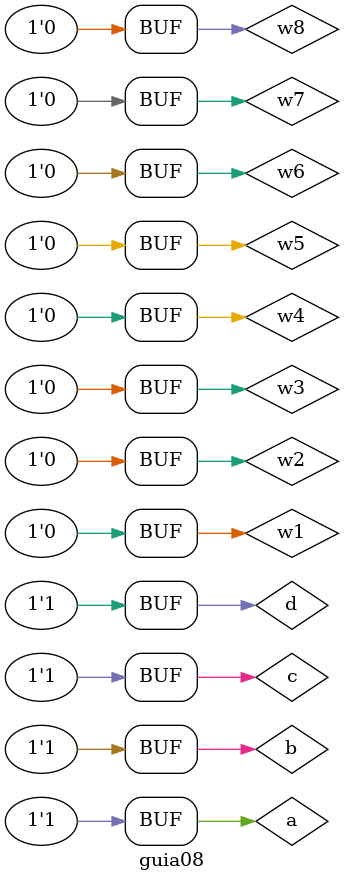
<source format=v>

module guia08;
	reg a,b,c,d;
	wire w1,w2,w3,w4,w5,w6,w7,w8;
	
	not NOT1 (w1,a);
	not NOT2 (w2,b);
	not NOT3 (w3,c);
	not NOT4 (w4,d);
	
	and AND1 (w5,w1,c);
	and AND2 (w6,a,b,w4);
	and AND3 (w7,a,w2,c);
	or OR1 (w8,w5,w6,w7);
	
initial begin:start
end

//---------------------
//---PARTE PRINCIPAL---
//---------------------

initial begin:main
	$display ("Guia08 - Exercicio01");
	$display ("Fazer a saida para a função\n¬ac + ab¬d + a¬bc\n");
	$display ("Aluno: Tiago Menegaz de Melo Garcia		Matricula:405844\n");
	$display ("Relatorio de Testes");
	#1 a = 0; b = 0;  c = 0; d = 0;
	$monitor ("a = %b b = %b c = %b d = %b Saida [%b]", a,b,c,d,		 w8);
	#1 a = 0; b = 0;  c = 0; d = 1;
	#1 a = 0; b = 0;  c = 1; d = 0;
	#1 a = 0; b = 0;  c = 1; d = 1;
	#1 a = 0; b = 1;  c = 0; d = 0;
	#1 a = 0; b = 1;  c = 0; d = 1;
	#1 a = 0; b = 1;  c = 1; d = 0;
	#1 a = 0; b = 1;  c = 1; d = 1;
	#1 a = 1; b = 0;  c = 0; d = 0;
	#1 a = 1; b = 0;  c = 0; d = 1;
	#1 a = 1; b = 0;  c = 1; d = 0;
	#1 a = 1; b = 0;  c = 1; d = 1;
	#1 a = 1; b = 1;  c = 0; d = 0;
	#1 a = 1; b = 1;  c = 0; d = 1;
	#1 a = 1; b = 1;  c = 1; d = 0;
	#1 a = 1; b = 1;  c = 1; d = 1;


end
endmodule


//---------------------
//-RELATORIO DE TESTES-
//---------------------
/*
	     a = 0 b = 0 c = 0 d = 0 Saida [0]
    a = 0 b = 0 c = 0 d = 1 Saida [0]
    a = 0 b = 0 c = 1 d = 0 Saida [1]
    a = 0 b = 0 c = 1 d = 1 Saida [1]
    a = 0 b = 1 c = 0 d = 0 Saida [0]
    a = 0 b = 1 c = 0 d = 1 Saida [0]
    a = 0 b = 1 c = 1 d = 0 Saida [1]
    a = 0 b = 1 c = 1 d = 1 Saida [1]
    a = 1 b = 0 c = 0 d = 0 Saida [0]
    a = 1 b = 0 c = 0 d = 1 Saida [0]
    a = 1 b = 0 c = 1 d = 0 Saida [1]
    a = 1 b = 0 c = 1 d = 1 Saida [1]
    a = 1 b = 1 c = 0 d = 0 Saida [1]
    a = 1 b = 1 c = 0 d = 1 Saida [0]
    a = 1 b = 1 c = 1 d = 0 Saida [1]
    a = 1 b = 1 c = 1 d = 1 Saida [0]
*/
</source>
